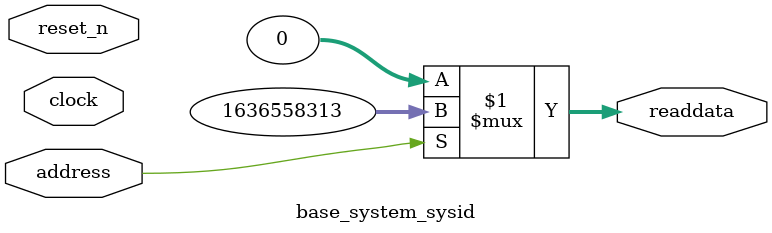
<source format=v>



// synthesis translate_off
`timescale 1ns / 1ps
// synthesis translate_on

// turn off superfluous verilog processor warnings 
// altera message_level Level1 
// altera message_off 10034 10035 10036 10037 10230 10240 10030 

module base_system_sysid (
               // inputs:
                address,
                clock,
                reset_n,

               // outputs:
                readdata
             )
;

  output  [ 31: 0] readdata;
  input            address;
  input            clock;
  input            reset_n;

  wire    [ 31: 0] readdata;
  //control_slave, which is an e_avalon_slave
  assign readdata = address ? 1636558313 : 0;

endmodule



</source>
